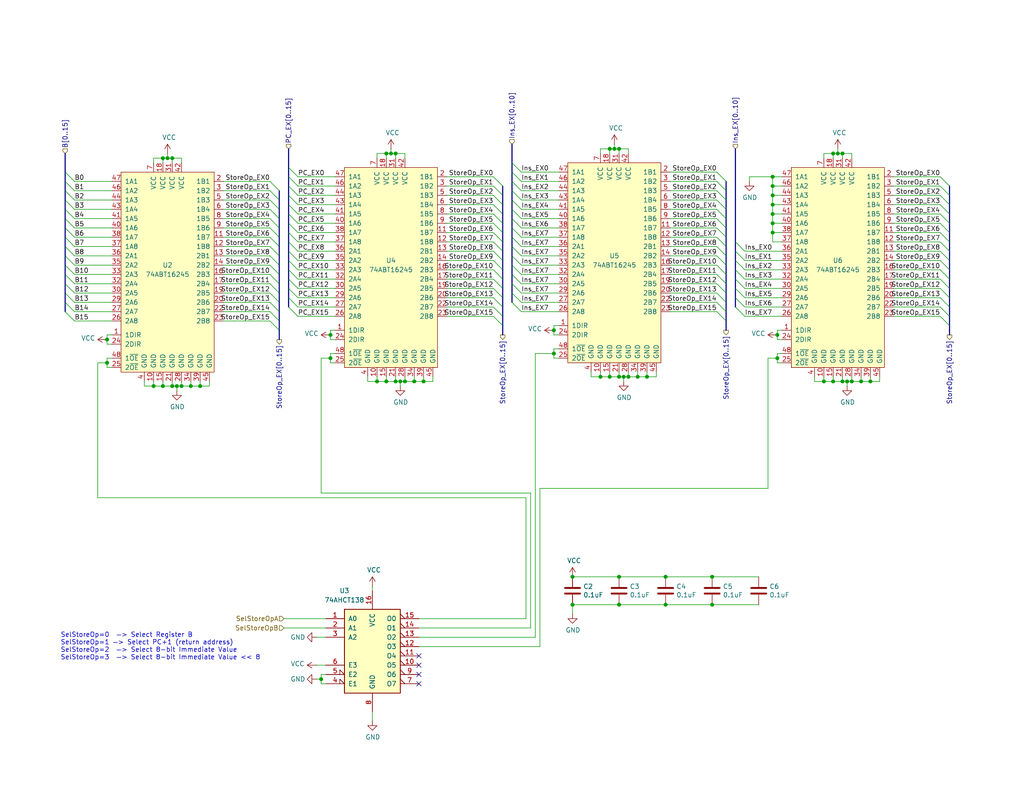
<source format=kicad_sch>
(kicad_sch (version 20250114) (generator "eeschema") (generator_version "9.0")
  (paper "USLetter")
  (title_block (title "Select Store Operand") (date "2025-07-13") (rev "A") (comment 3 "the program counter value, or an eight-bit immediate value.") (comment 4 "The Store Operand can be taken from either the value on port B of the register file,"))
  (text "SelStoreOp=0  —> Select Register B\nSelStoreOp=1 —> Select PC+1 (return address)\nSelStoreOp=2  —> Select 8-bit Immediate Value\nSelStoreOp=3  —> Select 8-bit Immediate Value << 8" (at 16.51 180.34 0) (effects (font (size 1.27 1.27)) (justify left bottom)))
  (junction (at 176.53 102.87))
  (junction (at 212.09 91.44))
  (junction (at 181.61 165.1))
  (junction (at 29.21 92.71))
  (junction (at 228.6 41.91))
  (junction (at 107.95 104.14))
  (junction (at 227.33 41.91))
  (junction (at 87.63 185.42))
  (junction (at 181.61 157.48))
  (junction (at 168.91 102.87))
  (junction (at 167.64 40.64))
  (junction (at 210.82 50.8))
  (junction (at 212.09 97.79))
  (junction (at 52.07 105.41))
  (junction (at 46.99 43.18))
  (junction (at 224.79 104.14))
  (junction (at 46.99 105.41))
  (junction (at 105.41 41.91))
  (junction (at 106.68 41.91))
  (junction (at 210.82 60.96))
  (junction (at 229.87 41.91))
  (junction (at 170.18 102.87))
  (junction (at 156.21 157.48))
  (junction (at 171.45 102.87))
  (junction (at 231.14 104.14))
  (junction (at 166.37 40.64))
  (junction (at 102.87 104.14))
  (junction (at 44.45 43.18))
  (junction (at 210.82 53.34))
  (junction (at 115.57 104.14))
  (junction (at 163.83 102.87))
  (junction (at 194.31 165.1))
  (junction (at 110.49 104.14))
  (junction (at 237.49 104.14))
  (junction (at 210.82 55.88))
  (junction (at 49.53 105.41))
  (junction (at 166.37 102.87))
  (junction (at 107.95 41.91))
  (junction (at 151.13 96.52))
  (junction (at 105.41 104.14))
  (junction (at 41.91 105.41))
  (junction (at 194.31 157.48))
  (junction (at 44.45 105.41))
  (junction (at 29.21 99.06))
  (junction (at 227.33 104.14))
  (junction (at 168.91 40.64))
  (junction (at 54.61 105.41))
  (junction (at 234.95 104.14))
  (junction (at 210.82 63.5))
  (junction (at 90.17 97.79))
  (junction (at 48.26 105.41))
  (junction (at 232.41 104.14))
  (junction (at 210.82 48.26))
  (junction (at 113.03 104.14))
  (junction (at 151.13 90.17))
  (junction (at 156.21 165.1))
  (junction (at 109.22 104.14))
  (junction (at 168.91 165.1))
  (junction (at 173.99 102.87))
  (junction (at 90.17 91.44))
  (junction (at 168.91 157.48))
  (junction (at 210.82 58.42))
  (junction (at 229.87 104.14))
  (junction (at 45.72 43.18))
  (no_connect (at 114.3 181.61))
  (no_connect (at 114.3 184.15))
  (no_connect (at 114.3 186.69))
  (no_connect (at 114.3 179.07))
  (bus_entry (at 142.24 54.61) (size -2.54 -2.54))
  (bus_entry (at 203.2 73.66) (size -2.54 -2.54))
  (bus_entry (at 198.12 82.55) (size -2.54 -2.54))
  (bus_entry (at 17.78 85.09) (size 2.54 2.54))
  (bus_entry (at 81.28 55.88) (size -2.54 -2.54))
  (bus_entry (at 81.28 78.74) (size -2.54 -2.54))
  (bus_entry (at 17.78 59.69) (size 2.54 2.54))
  (bus_entry (at 259.08 55.88) (size -2.54 -2.54))
  (bus_entry (at 142.24 85.09) (size -2.54 -2.54))
  (bus_entry (at 81.28 83.82) (size -2.54 -2.54))
  (bus_entry (at 76.2 80.01) (size -2.54 -2.54))
  (bus_entry (at 203.2 78.74) (size -2.54 -2.54))
  (bus_entry (at 137.16 66.04) (size -2.54 -2.54))
  (bus_entry (at 198.12 57.15) (size -2.54 -2.54))
  (bus_entry (at 142.24 49.53) (size -2.54 -2.54))
  (bus_entry (at 76.2 54.61) (size -2.54 -2.54))
  (bus_entry (at 142.24 62.23) (size -2.54 -2.54))
  (bus_entry (at 17.78 72.39) (size 2.54 2.54))
  (bus_entry (at 198.12 62.23) (size -2.54 -2.54))
  (bus_entry (at 17.78 46.99) (size 2.54 2.54))
  (bus_entry (at 137.16 83.82) (size -2.54 -2.54))
  (bus_entry (at 203.2 71.12) (size -2.54 -2.54))
  (bus_entry (at 259.08 68.58) (size -2.54 -2.54))
  (bus_entry (at 17.78 62.23) (size 2.54 2.54))
  (bus_entry (at 76.2 64.77) (size -2.54 -2.54))
  (bus_entry (at 17.78 54.61) (size 2.54 2.54))
  (bus_entry (at 137.16 68.58) (size -2.54 -2.54))
  (bus_entry (at 259.08 66.04) (size -2.54 -2.54))
  (bus_entry (at 137.16 78.74) (size -2.54 -2.54))
  (bus_entry (at 203.2 81.28) (size -2.54 -2.54))
  (bus_entry (at 198.12 77.47) (size -2.54 -2.54))
  (bus_entry (at 198.12 87.63) (size -2.54 -2.54))
  (bus_entry (at 142.24 46.99) (size -2.54 -2.54))
  (bus_entry (at 137.16 71.12) (size -2.54 -2.54))
  (bus_entry (at 198.12 49.53) (size -2.54 -2.54))
  (bus_entry (at 17.78 77.47) (size 2.54 2.54))
  (bus_entry (at 81.28 63.5) (size -2.54 -2.54))
  (bus_entry (at 81.28 76.2) (size -2.54 -2.54))
  (bus_entry (at 17.78 69.85) (size 2.54 2.54))
  (bus_entry (at 198.12 72.39) (size -2.54 -2.54))
  (bus_entry (at 142.24 82.55) (size -2.54 -2.54))
  (bus_entry (at 198.12 69.85) (size -2.54 -2.54))
  (bus_entry (at 137.16 63.5) (size -2.54 -2.54))
  (bus_entry (at 259.08 86.36) (size -2.54 -2.54))
  (bus_entry (at 76.2 85.09) (size -2.54 -2.54))
  (bus_entry (at 142.24 59.69) (size -2.54 -2.54))
  (bus_entry (at 198.12 52.07) (size -2.54 -2.54))
  (bus_entry (at 198.12 85.09) (size -2.54 -2.54))
  (bus_entry (at 259.08 73.66) (size -2.54 -2.54))
  (bus_entry (at 259.08 78.74) (size -2.54 -2.54))
  (bus_entry (at 259.08 63.5) (size -2.54 -2.54))
  (bus_entry (at 76.2 90.17) (size -2.54 -2.54))
  (bus_entry (at 142.24 57.15) (size -2.54 -2.54))
  (bus_entry (at 259.08 58.42) (size -2.54 -2.54))
  (bus_entry (at 137.16 58.42) (size -2.54 -2.54))
  (bus_entry (at 259.08 50.8) (size -2.54 -2.54))
  (bus_entry (at 259.08 88.9) (size -2.54 -2.54))
  (bus_entry (at 17.78 52.07) (size 2.54 2.54))
  (bus_entry (at 17.78 74.93) (size 2.54 2.54))
  (bus_entry (at 198.12 59.69) (size -2.54 -2.54))
  (bus_entry (at 76.2 77.47) (size -2.54 -2.54))
  (bus_entry (at 81.28 71.12) (size -2.54 -2.54))
  (bus_entry (at 137.16 50.8) (size -2.54 -2.54))
  (bus_entry (at 137.16 76.2) (size -2.54 -2.54))
  (bus_entry (at 81.28 53.34) (size -2.54 -2.54))
  (bus_entry (at 81.28 66.04) (size -2.54 -2.54))
  (bus_entry (at 17.78 82.55) (size 2.54 2.54))
  (bus_entry (at 17.78 80.01) (size 2.54 2.54))
  (bus_entry (at 81.28 73.66) (size -2.54 -2.54))
  (bus_entry (at 17.78 64.77) (size 2.54 2.54))
  (bus_entry (at 142.24 69.85) (size -2.54 -2.54))
  (bus_entry (at 81.28 68.58) (size -2.54 -2.54))
  (bus_entry (at 81.28 48.26) (size -2.54 -2.54))
  (bus_entry (at 76.2 52.07) (size -2.54 -2.54))
  (bus_entry (at 259.08 81.28) (size -2.54 -2.54))
  (bus_entry (at 259.08 71.12) (size -2.54 -2.54))
  (bus_entry (at 203.2 76.2) (size -2.54 -2.54))
  (bus_entry (at 142.24 64.77) (size -2.54 -2.54))
  (bus_entry (at 198.12 67.31) (size -2.54 -2.54))
  (bus_entry (at 203.2 83.82) (size -2.54 -2.54))
  (bus_entry (at 76.2 82.55) (size -2.54 -2.54))
  (bus_entry (at 142.24 74.93) (size -2.54 -2.54))
  (bus_entry (at 76.2 69.85) (size -2.54 -2.54))
  (bus_entry (at 137.16 81.28) (size -2.54 -2.54))
  (bus_entry (at 81.28 58.42) (size -2.54 -2.54))
  (bus_entry (at 76.2 74.93) (size -2.54 -2.54))
  (bus_entry (at 137.16 53.34) (size -2.54 -2.54))
  (bus_entry (at 137.16 55.88) (size -2.54 -2.54))
  (bus_entry (at 137.16 73.66) (size -2.54 -2.54))
  (bus_entry (at 259.08 60.96) (size -2.54 -2.54))
  (bus_entry (at 17.78 57.15) (size 2.54 2.54))
  (bus_entry (at 76.2 59.69) (size -2.54 -2.54))
  (bus_entry (at 198.12 74.93) (size -2.54 -2.54))
  (bus_entry (at 17.78 49.53) (size 2.54 2.54))
  (bus_entry (at 203.2 86.36) (size -2.54 -2.54))
  (bus_entry (at 198.12 64.77) (size -2.54 -2.54))
  (bus_entry (at 259.08 83.82) (size -2.54 -2.54))
  (bus_entry (at 259.08 53.34) (size -2.54 -2.54))
  (bus_entry (at 203.2 68.58) (size -2.54 -2.54))
  (bus_entry (at 198.12 80.01) (size -2.54 -2.54))
  (bus_entry (at 81.28 86.36) (size -2.54 -2.54))
  (bus_entry (at 142.24 77.47) (size -2.54 -2.54))
  (bus_entry (at 142.24 72.39) (size -2.54 -2.54))
  (bus_entry (at 76.2 62.23) (size -2.54 -2.54))
  (bus_entry (at 81.28 50.8) (size -2.54 -2.54))
  (bus_entry (at 76.2 87.63) (size -2.54 -2.54))
  (bus_entry (at 142.24 52.07) (size -2.54 -2.54))
  (bus_entry (at 76.2 67.31) (size -2.54 -2.54))
  (bus_entry (at 142.24 67.31) (size -2.54 -2.54))
  (bus_entry (at 17.78 67.31) (size 2.54 2.54))
  (bus_entry (at 137.16 86.36) (size -2.54 -2.54))
  (bus_entry (at 198.12 54.61) (size -2.54 -2.54))
  (bus_entry (at 76.2 72.39) (size -2.54 -2.54))
  (bus_entry (at 259.08 76.2) (size -2.54 -2.54))
  (bus_entry (at 137.16 88.9) (size -2.54 -2.54))
  (bus_entry (at 81.28 60.96) (size -2.54 -2.54))
  (bus_entry (at 137.16 60.96) (size -2.54 -2.54))
  (bus_entry (at 142.24 80.01) (size -2.54 -2.54))
  (bus_entry (at 76.2 57.15) (size -2.54 -2.54))
  (bus_entry (at 81.28 81.28) (size -2.54 -2.54))
  (wire (pts (xy 203.2 86.36) (xy 213.36 86.36)))
  (wire (pts (xy 105.41 41.91) (xy 106.68 41.91)))
  (wire (pts (xy 134.62 58.42) (xy 121.92 58.42)))
  (wire (pts (xy 29.21 100.33) (xy 30.48 100.33)))
  (bus (pts (xy 139.7 64.77) (xy 139.7 67.31)))
  (bus (pts (xy 137.16 50.8) (xy 137.16 53.34)))
  (bus (pts (xy 139.7 69.85) (xy 139.7 72.39)))
  (wire (pts (xy 20.32 49.53) (xy 30.48 49.53)))
  (bus (pts (xy 17.78 67.31) (xy 17.78 69.85)))
  (wire (pts (xy 44.45 104.14) (xy 44.45 105.41)))
  (bus (pts (xy 259.08 78.74) (xy 259.08 81.28)))
  (bus (pts (xy 76.2 87.63) (xy 76.2 90.17)))
  (wire (pts (xy 87.63 134.62) (xy 144.78 134.62)))
  (wire (pts (xy 113.03 104.14) (xy 115.57 104.14)))
  (wire (pts (xy 109.22 104.14) (xy 110.49 104.14)))
  (wire (pts (xy 109.22 105.41) (xy 109.22 104.14)))
  (bus (pts (xy 76.2 57.15) (xy 76.2 59.69)))
  (bus (pts (xy 198.12 57.15) (xy 198.12 59.69)))
  (bus (pts (xy 259.08 58.42) (xy 259.08 60.96)))
  (wire (pts (xy 173.99 102.87) (xy 176.53 102.87)))
  (wire (pts (xy 91.44 90.17) (xy 90.17 90.17)))
  (bus (pts (xy 17.78 46.99) (xy 17.78 49.53)))
  (wire (pts (xy 134.62 78.74) (xy 121.92 78.74)))
  (wire (pts (xy 102.87 41.91) (xy 105.41 41.91)))
  (wire (pts (xy 20.32 72.39) (xy 30.48 72.39)))
  (wire (pts (xy 156.21 167.64) (xy 156.21 165.1)))
  (wire (pts (xy 90.17 97.79) (xy 90.17 99.06)))
  (wire (pts (xy 115.57 104.14) (xy 118.11 104.14)))
  (wire (pts (xy 256.54 55.88) (xy 243.84 55.88)))
  (wire (pts (xy 87.63 186.69) (xy 88.9 186.69)))
  (wire (pts (xy 134.62 73.66) (xy 121.92 73.66)))
  (wire (pts (xy 73.66 69.85) (xy 60.96 69.85)))
  (wire (pts (xy 73.66 74.93) (xy 60.96 74.93)))
  (wire (pts (xy 151.13 88.9) (xy 151.13 90.17)))
  (bus (pts (xy 17.78 64.77) (xy 17.78 67.31)))
  (bus (pts (xy 198.12 80.01) (xy 198.12 82.55)))
  (bus (pts (xy 198.12 52.07) (xy 198.12 54.61)))
  (wire (pts (xy 152.4 91.44) (xy 151.13 91.44)))
  (wire (pts (xy 142.24 67.31) (xy 152.4 67.31)))
  (bus (pts (xy 139.7 49.53) (xy 139.7 52.07)))
  (bus (pts (xy 17.78 80.01) (xy 17.78 82.55)))
  (wire (pts (xy 237.49 102.87) (xy 237.49 104.14)))
  (wire (pts (xy 73.66 57.15) (xy 60.96 57.15)))
  (wire (pts (xy 20.32 67.31) (xy 30.48 67.31)))
  (wire (pts (xy 90.17 96.52) (xy 90.17 97.79)))
  (bus (pts (xy 78.74 66.04) (xy 78.74 68.58)))
  (wire (pts (xy 88.9 184.15) (xy 87.63 184.15)))
  (bus (pts (xy 259.08 73.66) (xy 259.08 76.2)))
  (wire (pts (xy 110.49 102.87) (xy 110.49 104.14)))
  (bus (pts (xy 200.66 76.2) (xy 200.66 78.74)))
  (wire (pts (xy 29.21 99.06) (xy 29.21 100.33)))
  (wire (pts (xy 176.53 102.87) (xy 179.07 102.87)))
  (bus (pts (xy 76.2 80.01) (xy 76.2 82.55)))
  (wire (pts (xy 166.37 102.87) (xy 168.91 102.87)))
  (wire (pts (xy 210.82 50.8) (xy 210.82 48.26)))
  (wire (pts (xy 232.41 41.91) (xy 232.41 43.18)))
  (wire (pts (xy 256.54 81.28) (xy 243.84 81.28)))
  (wire (pts (xy 110.49 41.91) (xy 110.49 43.18)))
  (wire (pts (xy 173.99 101.6) (xy 173.99 102.87)))
  (wire (pts (xy 107.95 104.14) (xy 109.22 104.14)))
  (bus (pts (xy 139.7 74.93) (xy 139.7 77.47)))
  (bus (pts (xy 259.08 88.9) (xy 259.08 91.44)))
  (wire (pts (xy 146.05 96.52) (xy 146.05 173.99)))
  (bus (pts (xy 200.66 66.04) (xy 200.66 68.58)))
  (wire (pts (xy 142.24 69.85) (xy 152.4 69.85)))
  (wire (pts (xy 142.24 80.01) (xy 152.4 80.01)))
  (wire (pts (xy 195.58 59.69) (xy 182.88 59.69)))
  (wire (pts (xy 29.21 91.44) (xy 29.21 92.71)))
  (wire (pts (xy 73.66 59.69) (xy 60.96 59.69)))
  (wire (pts (xy 114.3 176.53) (xy 147.32 176.53)))
  (wire (pts (xy 48.26 106.68) (xy 48.26 105.41)))
  (wire (pts (xy 195.58 69.85) (xy 182.88 69.85)))
  (wire (pts (xy 106.68 40.64) (xy 106.68 41.91)))
  (wire (pts (xy 102.87 102.87) (xy 102.87 104.14)))
  (bus (pts (xy 76.2 67.31) (xy 76.2 69.85)))
  (bus (pts (xy 78.74 58.42) (xy 78.74 60.96)))
  (wire (pts (xy 134.62 60.96) (xy 121.92 60.96)))
  (wire (pts (xy 91.44 96.52) (xy 90.17 96.52)))
  (wire (pts (xy 81.28 71.12) (xy 91.44 71.12)))
  (wire (pts (xy 142.24 64.77) (xy 152.4 64.77)))
  (bus (pts (xy 137.16 53.34) (xy 137.16 55.88)))
  (wire (pts (xy 87.63 184.15) (xy 87.63 185.42)))
  (bus (pts (xy 78.74 68.58) (xy 78.74 71.12)))
  (wire (pts (xy 20.32 57.15) (xy 30.48 57.15)))
  (wire (pts (xy 29.21 93.98) (xy 29.21 92.71)))
  (wire (pts (xy 227.33 104.14) (xy 229.87 104.14)))
  (wire (pts (xy 41.91 44.45) (xy 41.91 43.18)))
  (bus (pts (xy 137.16 73.66) (xy 137.16 76.2)))
  (wire (pts (xy 195.58 80.01) (xy 182.88 80.01)))
  (wire (pts (xy 203.2 73.66) (xy 213.36 73.66)))
  (wire (pts (xy 102.87 104.14) (xy 105.41 104.14)))
  (wire (pts (xy 222.25 102.87) (xy 222.25 104.14)))
  (wire (pts (xy 90.17 99.06) (xy 91.44 99.06)))
  (wire (pts (xy 81.28 66.04) (xy 91.44 66.04)))
  (wire (pts (xy 134.62 50.8) (xy 121.92 50.8)))
  (bus (pts (xy 17.78 72.39) (xy 17.78 74.93)))
  (wire (pts (xy 151.13 96.52) (xy 151.13 97.79)))
  (wire (pts (xy 142.24 49.53) (xy 152.4 49.53)))
  (wire (pts (xy 234.95 102.87) (xy 234.95 104.14)))
  (wire (pts (xy 142.24 74.93) (xy 152.4 74.93)))
  (bus (pts (xy 76.2 59.69) (xy 76.2 62.23)))
  (wire (pts (xy 181.61 157.48) (xy 194.31 157.48)))
  (wire (pts (xy 26.67 135.89) (xy 143.51 135.89)))
  (wire (pts (xy 100.33 102.87) (xy 100.33 104.14)))
  (wire (pts (xy 210.82 48.26) (xy 213.36 48.26)))
  (bus (pts (xy 198.12 49.53) (xy 198.12 52.07)))
  (bus (pts (xy 200.66 78.74) (xy 200.66 81.28)))
  (wire (pts (xy 115.57 102.87) (xy 115.57 104.14)))
  (wire (pts (xy 52.07 104.14) (xy 52.07 105.41)))
  (wire (pts (xy 134.62 71.12) (xy 121.92 71.12)))
  (wire (pts (xy 256.54 76.2) (xy 243.84 76.2)))
  (wire (pts (xy 224.79 41.91) (xy 227.33 41.91)))
  (wire (pts (xy 73.66 77.47) (xy 60.96 77.47)))
  (wire (pts (xy 81.28 68.58) (xy 91.44 68.58)))
  (bus (pts (xy 78.74 71.12) (xy 78.74 73.66)))
  (wire (pts (xy 168.91 40.64) (xy 168.91 41.91)))
  (wire (pts (xy 102.87 43.18) (xy 102.87 41.91)))
  (bus (pts (xy 259.08 50.8) (xy 259.08 53.34)))
  (wire (pts (xy 20.32 87.63) (xy 30.48 87.63)))
  (wire (pts (xy 81.28 50.8) (xy 91.44 50.8)))
  (wire (pts (xy 195.58 72.39) (xy 182.88 72.39)))
  (wire (pts (xy 77.47 168.91) (xy 88.9 168.91)))
  (wire (pts (xy 195.58 74.93) (xy 182.88 74.93)))
  (bus (pts (xy 76.2 64.77) (xy 76.2 67.31)))
  (wire (pts (xy 224.79 43.18) (xy 224.79 41.91)))
  (wire (pts (xy 203.2 78.74) (xy 213.36 78.74)))
  (wire (pts (xy 39.37 104.14) (xy 39.37 105.41)))
  (wire (pts (xy 105.41 104.14) (xy 107.95 104.14)))
  (wire (pts (xy 110.49 104.14) (xy 113.03 104.14)))
  (wire (pts (xy 151.13 97.79) (xy 152.4 97.79)))
  (wire (pts (xy 73.66 85.09) (xy 60.96 85.09)))
  (wire (pts (xy 142.24 77.47) (xy 152.4 77.47)))
  (bus (pts (xy 200.66 81.28) (xy 200.66 83.82)))
  (wire (pts (xy 203.2 71.12) (xy 213.36 71.12)))
  (bus (pts (xy 139.7 67.31) (xy 139.7 69.85)))
  (wire (pts (xy 212.09 99.06) (xy 213.36 99.06)))
  (wire (pts (xy 142.24 85.09) (xy 152.4 85.09)))
  (wire (pts (xy 147.32 133.35) (xy 147.32 176.53)))
  (wire (pts (xy 73.66 82.55) (xy 60.96 82.55)))
  (bus (pts (xy 137.16 58.42) (xy 137.16 60.96)))
  (bus (pts (xy 76.2 54.61) (xy 76.2 57.15)))
  (wire (pts (xy 49.53 105.41) (xy 52.07 105.41)))
  (bus (pts (xy 139.7 54.61) (xy 139.7 57.15)))
  (bus (pts (xy 259.08 81.28) (xy 259.08 83.82)))
  (wire (pts (xy 213.36 55.88) (xy 210.82 55.88)))
  (wire (pts (xy 181.61 165.1) (xy 168.91 165.1)))
  (wire (pts (xy 46.99 43.18) (xy 46.99 44.45)))
  (wire (pts (xy 73.66 64.77) (xy 60.96 64.77)))
  (wire (pts (xy 209.55 97.79) (xy 209.55 133.35)))
  (wire (pts (xy 52.07 105.41) (xy 54.61 105.41)))
  (wire (pts (xy 237.49 104.14) (xy 240.03 104.14)))
  (wire (pts (xy 171.45 102.87) (xy 173.99 102.87)))
  (bus (pts (xy 78.74 60.96) (xy 78.74 63.5)))
  (bus (pts (xy 139.7 39.37) (xy 139.7 44.45)))
  (wire (pts (xy 142.24 57.15) (xy 152.4 57.15)))
  (wire (pts (xy 212.09 96.52) (xy 212.09 97.79)))
  (wire (pts (xy 73.66 67.31) (xy 60.96 67.31)))
  (wire (pts (xy 73.66 87.63) (xy 60.96 87.63)))
  (wire (pts (xy 105.41 43.18) (xy 105.41 41.91)))
  (wire (pts (xy 234.95 104.14) (xy 237.49 104.14)))
  (wire (pts (xy 195.58 57.15) (xy 182.88 57.15)))
  (bus (pts (xy 139.7 80.01) (xy 139.7 82.55)))
  (wire (pts (xy 134.62 86.36) (xy 121.92 86.36)))
  (wire (pts (xy 195.58 52.07) (xy 182.88 52.07)))
  (bus (pts (xy 76.2 69.85) (xy 76.2 72.39)))
  (wire (pts (xy 44.45 44.45) (xy 44.45 43.18)))
  (wire (pts (xy 168.91 40.64) (xy 171.45 40.64)))
  (wire (pts (xy 195.58 67.31) (xy 182.88 67.31)))
  (wire (pts (xy 29.21 97.79) (xy 29.21 99.06)))
  (wire (pts (xy 101.6 194.31) (xy 101.6 196.85)))
  (bus (pts (xy 137.16 60.96) (xy 137.16 63.5)))
  (bus (pts (xy 139.7 57.15) (xy 139.7 59.69)))
  (wire (pts (xy 134.62 68.58) (xy 121.92 68.58)))
  (wire (pts (xy 20.32 62.23) (xy 30.48 62.23)))
  (wire (pts (xy 134.62 55.88) (xy 121.92 55.88)))
  (wire (pts (xy 195.58 49.53) (xy 182.88 49.53)))
  (wire (pts (xy 73.66 52.07) (xy 60.96 52.07)))
  (bus (pts (xy 200.66 40.64) (xy 200.66 66.04)))
  (wire (pts (xy 168.91 157.48) (xy 181.61 157.48)))
  (bus (pts (xy 139.7 52.07) (xy 139.7 54.61)))
  (bus (pts (xy 137.16 81.28) (xy 137.16 83.82)))
  (wire (pts (xy 224.79 102.87) (xy 224.79 104.14)))
  (wire (pts (xy 90.17 97.79) (xy 87.63 97.79)))
  (bus (pts (xy 17.78 52.07) (xy 17.78 54.61)))
  (wire (pts (xy 73.66 72.39) (xy 60.96 72.39)))
  (wire (pts (xy 212.09 97.79) (xy 212.09 99.06)))
  (wire (pts (xy 209.55 133.35) (xy 147.32 133.35)))
  (wire (pts (xy 87.63 185.42) (xy 87.63 186.69)))
  (wire (pts (xy 146.05 96.52) (xy 151.13 96.52)))
  (bus (pts (xy 78.74 78.74) (xy 78.74 81.28)))
  (wire (pts (xy 81.28 55.88) (xy 91.44 55.88)))
  (wire (pts (xy 156.21 157.48) (xy 168.91 157.48)))
  (wire (pts (xy 210.82 63.5) (xy 210.82 66.04)))
  (wire (pts (xy 45.72 43.18) (xy 46.99 43.18)))
  (wire (pts (xy 213.36 58.42) (xy 210.82 58.42)))
  (wire (pts (xy 203.2 76.2) (xy 213.36 76.2)))
  (wire (pts (xy 144.78 134.62) (xy 144.78 171.45)))
  (wire (pts (xy 41.91 104.14) (xy 41.91 105.41)))
  (wire (pts (xy 142.24 54.61) (xy 152.4 54.61)))
  (wire (pts (xy 168.91 101.6) (xy 168.91 102.87)))
  (bus (pts (xy 76.2 74.93) (xy 76.2 77.47)))
  (bus (pts (xy 137.16 68.58) (xy 137.16 71.12)))
  (wire (pts (xy 212.09 90.17) (xy 212.09 91.44)))
  (bus (pts (xy 259.08 60.96) (xy 259.08 63.5)))
  (bus (pts (xy 259.08 53.34) (xy 259.08 55.88)))
  (bus (pts (xy 198.12 62.23) (xy 198.12 64.77)))
  (bus (pts (xy 259.08 76.2) (xy 259.08 78.74)))
  (wire (pts (xy 195.58 54.61) (xy 182.88 54.61)))
  (wire (pts (xy 210.82 60.96) (xy 210.82 63.5)))
  (wire (pts (xy 176.53 101.6) (xy 176.53 102.87)))
  (bus (pts (xy 139.7 46.99) (xy 139.7 49.53)))
  (wire (pts (xy 210.82 58.42) (xy 210.82 60.96)))
  (bus (pts (xy 78.74 40.64) (xy 78.74 45.72)))
  (wire (pts (xy 256.54 53.34) (xy 243.84 53.34)))
  (bus (pts (xy 137.16 76.2) (xy 137.16 78.74)))
  (wire (pts (xy 210.82 58.42) (xy 210.82 55.88)))
  (wire (pts (xy 256.54 66.04) (xy 243.84 66.04)))
  (wire (pts (xy 163.83 102.87) (xy 166.37 102.87)))
  (wire (pts (xy 134.62 83.82) (xy 121.92 83.82)))
  (bus (pts (xy 200.66 68.58) (xy 200.66 71.12)))
  (wire (pts (xy 213.36 96.52) (xy 212.09 96.52)))
  (wire (pts (xy 20.32 82.55) (xy 30.48 82.55)))
  (wire (pts (xy 240.03 104.14) (xy 240.03 102.87)))
  (bus (pts (xy 198.12 54.61) (xy 198.12 57.15)))
  (wire (pts (xy 256.54 78.74) (xy 243.84 78.74)))
  (wire (pts (xy 195.58 62.23) (xy 182.88 62.23)))
  (wire (pts (xy 213.36 60.96) (xy 210.82 60.96)))
  (bus (pts (xy 137.16 88.9) (xy 137.16 91.44)))
  (wire (pts (xy 26.67 99.06) (xy 26.67 135.89)))
  (bus (pts (xy 17.78 57.15) (xy 17.78 59.69)))
  (wire (pts (xy 229.87 41.91) (xy 229.87 43.18)))
  (bus (pts (xy 78.74 76.2) (xy 78.74 78.74)))
  (wire (pts (xy 39.37 105.41) (xy 41.91 105.41)))
  (wire (pts (xy 46.99 105.41) (xy 48.26 105.41)))
  (bus (pts (xy 259.08 71.12) (xy 259.08 73.66)))
  (wire (pts (xy 73.66 80.01) (xy 60.96 80.01)))
  (wire (pts (xy 210.82 66.04) (xy 213.36 66.04)))
  (wire (pts (xy 227.33 43.18) (xy 227.33 41.91)))
  (wire (pts (xy 20.32 80.01) (xy 30.48 80.01)))
  (wire (pts (xy 163.83 40.64) (xy 166.37 40.64)))
  (wire (pts (xy 44.45 43.18) (xy 45.72 43.18)))
  (wire (pts (xy 167.64 40.64) (xy 168.91 40.64)))
  (bus (pts (xy 259.08 83.82) (xy 259.08 86.36)))
  (wire (pts (xy 142.24 82.55) (xy 152.4 82.55)))
  (bus (pts (xy 17.78 77.47) (xy 17.78 80.01)))
  (bus (pts (xy 139.7 62.23) (xy 139.7 64.77)))
  (wire (pts (xy 41.91 43.18) (xy 44.45 43.18)))
  (wire (pts (xy 229.87 41.91) (xy 232.41 41.91)))
  (wire (pts (xy 90.17 90.17) (xy 90.17 91.44)))
  (wire (pts (xy 20.32 59.69) (xy 30.48 59.69)))
  (wire (pts (xy 81.28 76.2) (xy 91.44 76.2)))
  (bus (pts (xy 137.16 66.04) (xy 137.16 68.58)))
  (wire (pts (xy 194.31 165.1) (xy 181.61 165.1)))
  (bus (pts (xy 17.78 59.69) (xy 17.78 62.23)))
  (wire (pts (xy 168.91 102.87) (xy 170.18 102.87)))
  (bus (pts (xy 78.74 53.34) (xy 78.74 55.88)))
  (bus (pts (xy 76.2 77.47) (xy 76.2 80.01)))
  (wire (pts (xy 229.87 102.87) (xy 229.87 104.14)))
  (wire (pts (xy 151.13 91.44) (xy 151.13 90.17)))
  (wire (pts (xy 231.14 104.14) (xy 232.41 104.14)))
  (wire (pts (xy 73.66 49.53) (xy 60.96 49.53)))
  (bus (pts (xy 17.78 62.23) (xy 17.78 64.77)))
  (wire (pts (xy 207.01 165.1) (xy 194.31 165.1)))
  (wire (pts (xy 142.24 62.23) (xy 152.4 62.23)))
  (wire (pts (xy 256.54 50.8) (xy 243.84 50.8)))
  (wire (pts (xy 90.17 92.71) (xy 90.17 91.44)))
  (wire (pts (xy 106.68 41.91) (xy 107.95 41.91)))
  (wire (pts (xy 118.11 104.14) (xy 118.11 102.87)))
  (wire (pts (xy 213.36 90.17) (xy 212.09 90.17)))
  (bus (pts (xy 17.78 49.53) (xy 17.78 52.07)))
  (wire (pts (xy 30.48 97.79) (xy 29.21 97.79)))
  (wire (pts (xy 57.15 105.41) (xy 57.15 104.14)))
  (wire (pts (xy 86.36 173.99) (xy 88.9 173.99)))
  (wire (pts (xy 91.44 92.71) (xy 90.17 92.71)))
  (bus (pts (xy 17.78 41.91) (xy 17.78 46.99)))
  (wire (pts (xy 81.28 73.66) (xy 91.44 73.66)))
  (wire (pts (xy 142.24 59.69) (xy 152.4 59.69)))
  (wire (pts (xy 81.28 83.82) (xy 91.44 83.82)))
  (wire (pts (xy 49.53 43.18) (xy 49.53 44.45)))
  (wire (pts (xy 44.45 105.41) (xy 46.99 105.41)))
  (bus (pts (xy 259.08 55.88) (xy 259.08 58.42)))
  (wire (pts (xy 20.32 69.85) (xy 30.48 69.85)))
  (wire (pts (xy 212.09 92.71) (xy 212.09 91.44)))
  (bus (pts (xy 198.12 87.63) (xy 198.12 90.17)))
  (wire (pts (xy 179.07 102.87) (xy 179.07 101.6)))
  (wire (pts (xy 194.31 157.48) (xy 207.01 157.48)))
  (bus (pts (xy 200.66 73.66) (xy 200.66 76.2)))
  (wire (pts (xy 195.58 46.99) (xy 182.88 46.99)))
  (bus (pts (xy 78.74 81.28) (xy 78.74 83.82)))
  (wire (pts (xy 134.62 66.04) (xy 121.92 66.04)))
  (wire (pts (xy 54.61 105.41) (xy 57.15 105.41)))
  (wire (pts (xy 168.91 165.1) (xy 156.21 165.1)))
  (wire (pts (xy 81.28 53.34) (xy 91.44 53.34)))
  (wire (pts (xy 256.54 86.36) (xy 243.84 86.36)))
  (wire (pts (xy 81.28 86.36) (xy 91.44 86.36)))
  (bus (pts (xy 76.2 62.23) (xy 76.2 64.77)))
  (wire (pts (xy 48.26 105.41) (xy 49.53 105.41)))
  (wire (pts (xy 41.91 105.41) (xy 44.45 105.41)))
  (wire (pts (xy 213.36 53.34) (xy 210.82 53.34)))
  (bus (pts (xy 139.7 59.69) (xy 139.7 62.23)))
  (wire (pts (xy 114.3 173.99) (xy 146.05 173.99)))
  (bus (pts (xy 200.66 71.12) (xy 200.66 73.66)))
  (wire (pts (xy 20.32 85.09) (xy 30.48 85.09)))
  (wire (pts (xy 107.95 41.91) (xy 107.95 43.18)))
  (bus (pts (xy 137.16 55.88) (xy 137.16 58.42)))
  (wire (pts (xy 195.58 64.77) (xy 182.88 64.77)))
  (wire (pts (xy 73.66 54.61) (xy 60.96 54.61)))
  (wire (pts (xy 170.18 104.14) (xy 170.18 102.87)))
  (wire (pts (xy 46.99 43.18) (xy 49.53 43.18)))
  (bus (pts (xy 76.2 82.55) (xy 76.2 85.09)))
  (bus (pts (xy 198.12 85.09) (xy 198.12 87.63)))
  (wire (pts (xy 161.29 101.6) (xy 161.29 102.87)))
  (wire (pts (xy 227.33 41.91) (xy 228.6 41.91)))
  (wire (pts (xy 46.99 104.14) (xy 46.99 105.41)))
  (wire (pts (xy 20.32 52.07) (xy 30.48 52.07)))
  (bus (pts (xy 78.74 55.88) (xy 78.74 58.42)))
  (wire (pts (xy 107.95 102.87) (xy 107.95 104.14)))
  (bus (pts (xy 76.2 52.07) (xy 76.2 54.61)))
  (wire (pts (xy 49.53 104.14) (xy 49.53 105.41)))
  (wire (pts (xy 100.33 104.14) (xy 102.87 104.14)))
  (wire (pts (xy 256.54 68.58) (xy 243.84 68.58)))
  (wire (pts (xy 166.37 101.6) (xy 166.37 102.87)))
  (bus (pts (xy 78.74 48.26) (xy 78.74 50.8)))
  (bus (pts (xy 259.08 63.5) (xy 259.08 66.04)))
  (bus (pts (xy 137.16 78.74) (xy 137.16 81.28)))
  (wire (pts (xy 166.37 40.64) (xy 167.64 40.64)))
  (wire (pts (xy 151.13 95.25) (xy 151.13 96.52)))
  (wire (pts (xy 101.6 160.02) (xy 101.6 161.29)))
  (wire (pts (xy 29.21 99.06) (xy 26.67 99.06)))
  (bus (pts (xy 78.74 45.72) (xy 78.74 48.26)))
  (wire (pts (xy 134.62 63.5) (xy 121.92 63.5)))
  (wire (pts (xy 256.54 60.96) (xy 243.84 60.96)))
  (wire (pts (xy 228.6 41.91) (xy 229.87 41.91)))
  (wire (pts (xy 161.29 102.87) (xy 163.83 102.87)))
  (wire (pts (xy 256.54 71.12) (xy 243.84 71.12)))
  (wire (pts (xy 30.48 93.98) (xy 29.21 93.98)))
  (wire (pts (xy 229.87 104.14) (xy 231.14 104.14)))
  (wire (pts (xy 212.09 97.79) (xy 209.55 97.79)))
  (wire (pts (xy 86.36 181.61) (xy 88.9 181.61)))
  (bus (pts (xy 137.16 71.12) (xy 137.16 73.66)))
  (bus (pts (xy 198.12 64.77) (xy 198.12 67.31)))
  (wire (pts (xy 20.32 74.93) (xy 30.48 74.93)))
  (wire (pts (xy 134.62 76.2) (xy 121.92 76.2)))
  (wire (pts (xy 195.58 82.55) (xy 182.88 82.55)))
  (wire (pts (xy 143.51 135.89) (xy 143.51 168.91)))
  (wire (pts (xy 87.63 97.79) (xy 87.63 134.62)))
  (wire (pts (xy 195.58 85.09) (xy 182.88 85.09)))
  (wire (pts (xy 167.64 39.37) (xy 167.64 40.64)))
  (bus (pts (xy 17.78 69.85) (xy 17.78 72.39)))
  (wire (pts (xy 213.36 63.5) (xy 210.82 63.5)))
  (wire (pts (xy 81.28 78.74) (xy 91.44 78.74)))
  (wire (pts (xy 170.18 102.87) (xy 171.45 102.87)))
  (wire (pts (xy 86.36 185.42) (xy 87.63 185.42)))
  (wire (pts (xy 81.28 63.5) (xy 91.44 63.5)))
  (wire (pts (xy 107.95 41.91) (xy 110.49 41.91)))
  (bus (pts (xy 259.08 86.36) (xy 259.08 88.9)))
  (wire (pts (xy 231.14 105.41) (xy 231.14 104.14)))
  (bus (pts (xy 259.08 68.58) (xy 259.08 71.12)))
  (wire (pts (xy 171.45 101.6) (xy 171.45 102.87)))
  (wire (pts (xy 81.28 58.42) (xy 91.44 58.42)))
  (bus (pts (xy 76.2 72.39) (xy 76.2 74.93)))
  (bus (pts (xy 259.08 66.04) (xy 259.08 68.58)))
  (wire (pts (xy 134.62 48.26) (xy 121.92 48.26)))
  (wire (pts (xy 213.36 92.71) (xy 212.09 92.71)))
  (wire (pts (xy 73.66 62.23) (xy 60.96 62.23)))
  (wire (pts (xy 228.6 40.64) (xy 228.6 41.91)))
  (wire (pts (xy 256.54 73.66) (xy 243.84 73.66)))
  (wire (pts (xy 142.24 46.99) (xy 152.4 46.99)))
  (bus (pts (xy 137.16 63.5) (xy 137.16 66.04)))
  (wire (pts (xy 113.03 102.87) (xy 113.03 104.14)))
  (wire (pts (xy 20.32 54.61) (xy 30.48 54.61)))
  (bus (pts (xy 198.12 69.85) (xy 198.12 72.39)))
  (bus (pts (xy 17.78 74.93) (xy 17.78 77.47)))
  (bus (pts (xy 139.7 72.39) (xy 139.7 74.93)))
  (wire (pts (xy 166.37 41.91) (xy 166.37 40.64)))
  (wire (pts (xy 142.24 72.39) (xy 152.4 72.39)))
  (bus (pts (xy 76.2 85.09) (xy 76.2 87.63)))
  (wire (pts (xy 152.4 88.9) (xy 151.13 88.9)))
  (wire (pts (xy 20.32 64.77) (xy 30.48 64.77)))
  (wire (pts (xy 227.33 102.87) (xy 227.33 104.14)))
  (wire (pts (xy 232.41 104.14) (xy 234.95 104.14)))
  (bus (pts (xy 198.12 74.93) (xy 198.12 77.47)))
  (bus (pts (xy 137.16 86.36) (xy 137.16 88.9)))
  (wire (pts (xy 256.54 48.26) (xy 243.84 48.26)))
  (wire (pts (xy 256.54 63.5) (xy 243.84 63.5)))
  (bus (pts (xy 198.12 72.39) (xy 198.12 74.93)))
  (wire (pts (xy 81.28 48.26) (xy 91.44 48.26)))
  (bus (pts (xy 78.74 63.5) (xy 78.74 66.04)))
  (bus (pts (xy 78.74 73.66) (xy 78.74 76.2)))
  (wire (pts (xy 213.36 50.8) (xy 210.82 50.8)))
  (wire (pts (xy 222.25 104.14) (xy 224.79 104.14)))
  (wire (pts (xy 142.24 52.07) (xy 152.4 52.07)))
  (wire (pts (xy 105.41 102.87) (xy 105.41 104.14)))
  (wire (pts (xy 224.79 104.14) (xy 227.33 104.14)))
  (bus (pts (xy 78.74 50.8) (xy 78.74 53.34)))
  (wire (pts (xy 210.82 55.88) (xy 210.82 53.34)))
  (bus (pts (xy 198.12 67.31) (xy 198.12 69.85)))
  (bus (pts (xy 137.16 83.82) (xy 137.16 86.36)))
  (bus (pts (xy 139.7 44.45) (xy 139.7 46.99)))
  (wire (pts (xy 77.47 171.45) (xy 88.9 171.45)))
  (wire (pts (xy 203.2 81.28) (xy 213.36 81.28)))
  (wire (pts (xy 20.32 77.47) (xy 30.48 77.47)))
  (wire (pts (xy 204.47 49.53) (xy 204.47 48.26)))
  (wire (pts (xy 195.58 77.47) (xy 182.88 77.47)))
  (wire (pts (xy 144.78 171.45) (xy 114.3 171.45)))
  (wire (pts (xy 152.4 95.25) (xy 151.13 95.25)))
  (wire (pts (xy 45.72 41.91) (xy 45.72 43.18)))
  (bus (pts (xy 198.12 82.55) (xy 198.12 85.09)))
  (wire (pts (xy 210.82 53.34) (xy 210.82 50.8)))
  (wire (pts (xy 163.83 41.91) (xy 163.83 40.64)))
  (bus (pts (xy 139.7 77.47) (xy 139.7 80.01)))
  (bus (pts (xy 17.78 82.55) (xy 17.78 85.09)))
  (wire (pts (xy 134.62 53.34) (xy 121.92 53.34)))
  (wire (pts (xy 204.47 48.26) (xy 210.82 48.26)))
  (wire (pts (xy 171.45 40.64) (xy 171.45 41.91)))
  (wire (pts (xy 163.83 101.6) (xy 163.83 102.87)))
  (wire (pts (xy 30.48 91.44) (xy 29.21 91.44)))
  (bus (pts (xy 198.12 59.69) (xy 198.12 62.23)))
  (wire (pts (xy 256.54 83.82) (xy 243.84 83.82)))
  (wire (pts (xy 203.2 68.58) (xy 213.36 68.58)))
  (bus (pts (xy 198.12 77.47) (xy 198.12 80.01)))
  (wire (pts (xy 203.2 83.82) (xy 213.36 83.82)))
  (wire (pts (xy 143.51 168.91) (xy 114.3 168.91)))
  (wire (pts (xy 232.41 102.87) (xy 232.41 104.14)))
  (wire (pts (xy 81.28 60.96) (xy 91.44 60.96)))
  (wire (pts (xy 256.54 58.42) (xy 243.84 58.42)))
  (wire (pts (xy 134.62 81.28) (xy 121.92 81.28)))
  (wire (pts (xy 54.61 104.14) (xy 54.61 105.41)))
  (wire (pts (xy 81.28 81.28) (xy 91.44 81.28)))
  (bus (pts (xy 17.78 54.61) (xy 17.78 57.15)))
  (bus (pts (xy 76.2 90.17) (xy 76.2 92.71)))
  (label "StoreOp_EX10" (at 256.54 73.66 180))
  (label "StoreOp_EX7" (at 195.58 64.77 180))
  (label "StoreOp_EX13" (at 134.62 81.28 180))
  (label "StoreOp_EX6" (at 73.66 64.77 180))
  (label "B11" (at 20.32 77.47 0))
  (label "Ins_EX3" (at 142.24 54.61 0))
  (label "B8" (at 20.32 69.85 0))
  (label "StoreOp_EX7" (at 256.54 66.04 180))
  (label "StoreOp_EX10" (at 195.58 72.39 180))
  (label "PC_EX8" (at 81.28 68.58 0))
  (label "Ins_EX6" (at 203.2 83.82 0))
  (label "StoreOp_EX11" (at 134.62 76.2 180))
  (label "PC_EX0" (at 81.28 48.26 0))
  (label "StoreOp_EX14" (at 73.66 85.09 180))
  (label "StoreOp_EX4" (at 73.66 59.69 180))
  (label "B10" (at 20.32 74.93 0))
  (label "StoreOp_EX11" (at 256.54 76.2 180))
  (label "B12" (at 20.32 80.01 0))
  (label "StoreOp_EX11" (at 73.66 77.47 180))
  (label "StoreOp_EX10" (at 73.66 74.93 180))
  (label "PC_EX10" (at 81.28 73.66 0))
  (label "StoreOp_EX15" (at 256.54 86.36 180))
  (label "B15" (at 20.32 87.63 0))
  (label "StoreOp_EX3" (at 256.54 55.88 180))
  (label "PC_EX4" (at 81.28 58.42 0))
  (label "Ins_EX7" (at 142.24 74.93 0))
  (label "StoreOp_EX5" (at 195.58 59.69 180))
  (label "StoreOp_EX6" (at 256.54 63.5 180))
  (label "StoreOp_EX4" (at 134.62 58.42 180))
  (label "B2" (at 20.32 54.61 0))
  (label "StoreOp_EX15" (at 134.62 86.36 180))
  (label "StoreOp_EX2" (at 256.54 53.34 180))
  (label "StoreOp_EX4" (at 195.58 57.15 180))
  (label "StoreOp_EX8" (at 195.58 67.31 180))
  (label "StoreOp_EX13" (at 195.58 80.01 180))
  (label "StoreOp_EX14" (at 256.54 83.82 180))
  (label "B0" (at 20.32 49.53 0))
  (label "StoreOp_EX4" (at 256.54 58.42 180))
  (label "StoreOp_EX8" (at 134.62 68.58 180))
  (label "PC_EX13" (at 81.28 81.28 0))
  (label "Ins_EX7" (at 203.2 86.36 0))
  (label "PC_EX3" (at 81.28 55.88 0))
  (label "StoreOp_EX0" (at 256.54 48.26 180))
  (label "StoreOp_EX13" (at 256.54 81.28 180))
  (label "Ins_EX7" (at 142.24 72.39 0))
  (label "Ins_EX7" (at 142.24 85.09 0))
  (label "PC_EX9" (at 81.28 71.12 0))
  (label "Ins_EX0" (at 203.2 68.58 0))
  (label "StoreOp_EX12" (at 195.58 77.47 180))
  (label "Ins_EX7" (at 142.24 64.77 0))
  (label "StoreOp_EX3" (at 73.66 57.15 180))
  (label "StoreOp_EX7" (at 134.62 66.04 180))
  (label "B3" (at 20.32 57.15 0))
  (label "StoreOp_EX2" (at 195.58 52.07 180))
  (label "Ins_EX7" (at 142.24 80.01 0))
  (label "Ins_EX1" (at 203.2 71.12 0))
  (label "StoreOp_EX6" (at 195.58 62.23 180))
  (label "PC_EX2" (at 81.28 53.34 0))
  (label "PC_EX6" (at 81.28 63.5 0))
  (label "StoreOp_EX14" (at 134.62 83.82 180))
  (label "Ins_EX1" (at 142.24 49.53 0))
  (label "Ins_EX2" (at 142.24 52.07 0))
  (label "StoreOp_EX15" (at 73.66 87.63 180))
  (label "Ins_EX7" (at 142.24 77.47 0))
  (label "Ins_EX3" (at 203.2 76.2 0))
  (label "StoreOp_EX12" (at 256.54 78.74 180))
  (label "B1" (at 20.32 52.07 0))
  (label "PC_EX5" (at 81.28 60.96 0))
  (label "StoreOp_EX12" (at 134.62 78.74 180))
  (label "PC_EX11" (at 81.28 76.2 0))
  (label "StoreOp_EX2" (at 73.66 54.61 180))
  (label "StoreOp_EX9" (at 256.54 71.12 180))
  (label "B14" (at 20.32 85.09 0))
  (label "StoreOp_EX5" (at 256.54 60.96 180))
  (label "StoreOp_EX7" (at 73.66 67.31 180))
  (label "StoreOp_EX3" (at 134.62 55.88 180))
  (label "StoreOp_EX8" (at 256.54 68.58 180))
  (label "Ins_EX7" (at 142.24 82.55 0))
  (label "StoreOp_EX11" (at 195.58 74.93 180))
  (label "StoreOp_EX3" (at 195.58 54.61 180))
  (label "StoreOp_EX5" (at 73.66 62.23 180))
  (label "Ins_EX6" (at 142.24 62.23 0))
  (label "StoreOp_EX5" (at 134.62 60.96 180))
  (label "B9" (at 20.32 72.39 0))
  (label "StoreOp_EX6" (at 134.62 63.5 180))
  (label "StoreOp_EX0" (at 195.58 46.99 180))
  (label "Ins_EX2" (at 203.2 73.66 0))
  (label "B4" (at 20.32 59.69 0))
  (label "Ins_EX7" (at 142.24 67.31 0))
  (label "B13" (at 20.32 82.55 0))
  (label "StoreOp_EX9" (at 73.66 72.39 180))
  (label "PC_EX14" (at 81.28 83.82 0))
  (label "Ins_EX4" (at 142.24 57.15 0))
  (label "StoreOp_EX1" (at 134.62 50.8 180))
  (label "Ins_EX7" (at 142.24 69.85 0))
  (label "StoreOp_EX9" (at 134.62 71.12 180))
  (label "Ins_EX5" (at 142.24 59.69 0))
  (label "B6" (at 20.32 64.77 0))
  (label "PC_EX7" (at 81.28 66.04 0))
  (label "StoreOp_EX10" (at 134.62 73.66 180))
  (label "Ins_EX0" (at 142.24 46.99 0))
  (label "StoreOp_EX1" (at 256.54 50.8 180))
  (label "PC_EX12" (at 81.28 78.74 0))
  (label "Ins_EX5" (at 203.2 81.28 0))
  (label "B5" (at 20.32 62.23 0))
  (label "StoreOp_EX0" (at 134.62 48.26 180))
  (label "StoreOp_EX13" (at 73.66 82.55 180))
  (label "StoreOp_EX14" (at 195.58 82.55 180))
  (label "StoreOp_EX2" (at 134.62 53.34 180))
  (label "StoreOp_EX8" (at 73.66 69.85 180))
  (label "PC_EX15" (at 81.28 86.36 0))
  (label "StoreOp_EX9" (at 195.58 69.85 180))
  (label "StoreOp_EX15" (at 195.58 85.09 180))
  (label "StoreOp_EX12" (at 73.66 80.01 180))
  (label "StoreOp_EX1" (at 195.58 49.53 180))
  (label "B7" (at 20.32 67.31 0))
  (label "Ins_EX4" (at 203.2 78.74 0))
  (label "StoreOp_EX1" (at 73.66 52.07 180))
  (label "StoreOp_EX0" (at 73.66 49.53 180))
  (label "PC_EX1" (at 81.28 50.8 0))
  (hierarchical_label "SelStoreOpB" (shape input) (at 77.47 171.45 180))
  (hierarchical_label "PC_EX[0..15]" (shape input) (at 78.74 40.64 90))
  (hierarchical_label "StoreOp_EX[0..15]" (shape output) (at 137.16 91.44 270))
  (hierarchical_label "StoreOp_EX[0..15]" (shape output) (at 76.2 92.71 270))
  (hierarchical_label "B[0..15]" (shape input) (at 17.78 41.91 90))
  (hierarchical_label "StoreOp_EX[0..15]" (shape output) (at 259.08 91.44 270))
  (hierarchical_label "Ins_EX[0..10]" (shape input) (at 200.66 40.64 90))
  (hierarchical_label "SelStoreOpA" (shape input) (at 77.47 168.91 180))
  (hierarchical_label "StoreOp_EX[0..15]" (shape output) (at 198.12 90.17 270))
  (hierarchical_label "Ins_EX[0..10]" (shape input) (at 139.7 39.37 90))
  (symbol (lib_id "Device:C") (at 156.21 161.29 0) (unit 1)
    (property "Reference" "C2" (at 159.131 160.1216 0) (effects (justify left)))
    (property "Value" "0.1uF" (at 159.131 162.433 0) (effects (justify left)))
    (property "Footprint" "Capacitor_SMD:C_0603_1608Metric" (effects (hide yes)))
    (property "Datasheet" "https://www.mouser.com/datasheet/2/396/taiyo_yuden_12132018_mlcc11_hq_e-1510082.pdf" (effects (hide yes)))
    (property "Manufacturer" "Taiyo Yuden" (effects (hide yes)))
    (property "Manufacturer#" "EMK107B7104KAHT" (effects (hide yes)))
    (property "Mouser#" "963-EMK107B7104KAHT" (effects (hide yes)))
    (property "Digikey#" "587-6004-1-ND" (effects (hide yes)))
  )
  (symbol (lib_id "Device:C") (at 168.91 161.29 0) (unit 1)
    (property "Reference" "C3" (at 171.831 160.1216 0) (effects (justify left)))
    (property "Value" "0.1uF" (at 171.831 162.433 0) (effects (justify left)))
    (property "Footprint" "Capacitor_SMD:C_0603_1608Metric" (effects (hide yes)))
    (property "Datasheet" "https://www.mouser.com/datasheet/2/396/taiyo_yuden_12132018_mlcc11_hq_e-1510082.pdf" (effects (hide yes)))
    (property "Manufacturer" "Taiyo Yuden" (effects (hide yes)))
    (property "Manufacturer#" "EMK107B7104KAHT" (effects (hide yes)))
    (property "Mouser#" "963-EMK107B7104KAHT" (effects (hide yes)))
    (property "Digikey#" "587-6004-1-ND" (effects (hide yes)))
  )
  (symbol (lib_id "power:VCC") (at 156.21 157.48 0) (unit 1)
    (property "Reference" "#PWR021" (effects (hide yes)))
    (property "Value" "VCC" (at 156.6418 153.0858 0))
    (property "Description" "Power symbol creates a global label with name \"VCC\"" (effects (hide yes)))
  )
  (symbol (lib_id "power:GND") (at 156.21 167.64 0) (unit 1)
    (property "Reference" "#PWR022" (effects (hide yes)))
    (property "Value" "GND" (at 156.337 172.0342 0))
    (property "Description" "Power symbol creates a global label with name \"GND\" , ground" (effects (hide yes)))
  )
  (symbol (lib_id "Device:C") (at 181.61 161.29 0) (unit 1)
    (property "Reference" "C4" (at 184.531 160.1216 0) (effects (justify left)))
    (property "Value" "0.1uF" (at 184.531 162.433 0) (effects (justify left)))
    (property "Footprint" "Capacitor_SMD:C_0603_1608Metric" (effects (hide yes)))
    (property "Datasheet" "https://www.mouser.com/datasheet/2/396/taiyo_yuden_12132018_mlcc11_hq_e-1510082.pdf" (effects (hide yes)))
    (property "Manufacturer" "Taiyo Yuden" (effects (hide yes)))
    (property "Manufacturer#" "EMK107B7104KAHT" (effects (hide yes)))
    (property "Mouser#" "963-EMK107B7104KAHT" (effects (hide yes)))
    (property "Digikey#" "587-6004-1-ND" (effects (hide yes)))
  )
  (symbol (lib_id "Device:C") (at 194.31 161.29 0) (unit 1)
    (property "Reference" "C5" (at 197.231 160.1216 0) (effects (justify left)))
    (property "Value" "0.1uF" (at 197.231 162.433 0) (effects (justify left)))
    (property "Footprint" "Capacitor_SMD:C_0603_1608Metric" (effects (hide yes)))
    (property "Datasheet" "https://www.mouser.com/datasheet/2/396/taiyo_yuden_12132018_mlcc11_hq_e-1510082.pdf" (effects (hide yes)))
    (property "Manufacturer" "Taiyo Yuden" (effects (hide yes)))
    (property "Manufacturer#" "EMK107B7104KAHT" (effects (hide yes)))
    (property "Mouser#" "963-EMK107B7104KAHT" (effects (hide yes)))
    (property "Digikey#" "587-6004-1-ND" (effects (hide yes)))
  )
  (symbol (lib_id "power:GND") (at 101.6 196.85 0) (unit 1)
    (property "Reference" "#PWR017" (effects (hide yes)))
    (property "Value" "GND" (at 101.727 201.2442 0))
    (property "Description" "Power symbol creates a global label with name \"GND\" , ground" (effects (hide yes)))
  )
  (symbol (lib_id "power:VCC") (at 101.6 160.02 0) (unit 1)
    (property "Reference" "#PWR016" (effects (hide yes)))
    (property "Value" "VCC" (at 102.0318 155.6258 0))
    (property "Description" "Power symbol creates a global label with name \"VCC\"" (effects (hide yes)))
  )
  (symbol (lib_id "Turtle16:74AHCT138") (at 101.6 176.53 0) (unit 1)
    (property "Reference" "U3" (at 93.98 161.29 0))
    (property "Value" "74AHCT138" (at 93.98 163.83 0))
    (property "Footprint" "Package_SO:TSSOP-16_4.4x5mm_P0.65mm" (effects (hide yes)))
    (property "Datasheet" "https://www.ti.com/general/docs/suppproductinfo.tsp?distId=26&gotoUrl=https://www.ti.com/lit/gpn/sn74ahct138" (effects (hide yes)))
    (property "Manufacturer" "Texas Instruments" (effects (hide yes)))
    (property "Manufacturer#" "SN74AHCT138PWR" (effects (hide yes)))
    (property "Mouser#" "595-SN74AHCT138PWR" (effects (hide yes)))
    (property "Digikey#" "296-1109-1-ND" (effects (hide yes)))
  )
  (symbol (lib_id "power:GND") (at 86.36 173.99 270) (unit 1)
    (property "Reference" "#PWR012" (effects (hide yes)))
    (property "Value" "GND" (at 81.28 173.99 90))
    (property "Description" "Power symbol creates a global label with name \"GND\" , ground" (effects (hide yes)))
  )
  (symbol (lib_id "power:GND") (at 86.36 185.42 270) (unit 1)
    (property "Reference" "#PWR014" (effects (hide yes)))
    (property "Value" "GND" (at 81.28 185.42 90))
    (property "Description" "Power symbol creates a global label with name \"GND\" , ground" (effects (hide yes)))
  )
  (symbol (lib_id "power:VCC") (at 86.36 181.61 90) (unit 1)
    (property "Reference" "#PWR013" (effects (hide yes)))
    (property "Value" "VCC" (at 83.1342 181.229 90) (effects (justify left)))
    (property "Description" "Power symbol creates a global label with name \"VCC\"" (effects (hide yes)))
  )
  (symbol (lib_id "Device:C") (at 207.01 161.29 0) (unit 1)
    (property "Reference" "C6" (at 209.931 160.1216 0) (effects (justify left)))
    (property "Value" "0.1uF" (at 209.931 162.433 0) (effects (justify left)))
    (property "Footprint" "Capacitor_SMD:C_0603_1608Metric" (effects (hide yes)))
    (property "Datasheet" "https://www.mouser.com/datasheet/2/396/taiyo_yuden_12132018_mlcc11_hq_e-1510082.pdf" (effects (hide yes)))
    (property "Manufacturer" "Taiyo Yuden" (effects (hide yes)))
    (property "Manufacturer#" "EMK107B7104KAHT" (effects (hide yes)))
    (property "Mouser#" "963-EMK107B7104KAHT" (effects (hide yes)))
    (property "Digikey#" "587-6004-1-ND" (effects (hide yes)))
  )
  (symbol (lib_id "power:VCC") (at 45.72 41.91 0) (unit 1)
    (property "Reference" "#PWR010" (effects (hide yes)))
    (property "Value" "VCC" (at 46.1518 37.5158 0))
    (property "Description" "Power symbol creates a global label with name \"VCC\"" (effects (hide yes)))
  )
  (symbol (lib_id "power:GND") (at 48.26 106.68 0) (unit 1)
    (property "Reference" "#PWR011" (effects (hide yes)))
    (property "Value" "GND" (at 48.387 111.0742 0))
    (property "Description" "Power symbol creates a global label with name \"GND\" , ground" (effects (hide yes)))
  )
  (symbol (lib_id "power:VCC") (at 29.21 92.71 90) (unit 1)
    (property "Reference" "#PWR09" (effects (hide yes)))
    (property "Value" "VCC" (at 25.9842 92.329 90) (effects (justify left)))
    (property "Description" "Power symbol creates a global label with name \"VCC\"" (effects (hide yes)))
  )
  (symbol (lib_id "power:GND") (at 204.47 49.53 0) (unit 1)
    (property "Reference" "#PWR025" (effects (hide yes)))
    (property "Value" "GND" (at 204.597 53.9242 0))
    (property "Description" "Power symbol creates a global label with name \"GND\" , ground" (effects (hide yes)))
  )
  (symbol (lib_id "Turtle16:74ABT16245") (at 45.72 73.66 0) (unit 1)
    (property "Reference" "U2" (at 45.72 72.39 0))
    (property "Value" "74ABT16245" (at 45.72 74.93 0))
    (property "Footprint" "Package_SO:TSSOP-48_6.1x12.5mm_P0.5mm" (effects (hide yes)))
    (property "Datasheet" "https://www.ti.com/general/docs/suppproductinfo.tsp?distId=26&gotoUrl=https://www.ti.com/lit/gpn/sn74abth16245" (effects (hide yes)))
    (property "Manufacturer" "Texas Instruments" (effects (hide yes)))
    (property "Manufacturer#" "SN74ABTH16245DGGR" (effects (hide yes)))
    (property "Mouser#" "595-SNABTH16245DGGR" (effects (hide yes)))
    (property "Digikey#" "296-4124-1-ND" (effects (hide yes)))
  )
  (symbol (lib_id "power:VCC") (at 106.68 40.64 0) (unit 1)
    (property "Reference" "#PWR018" (effects (hide yes)))
    (property "Value" "VCC" (at 107.1118 36.2458 0))
    (property "Description" "Power symbol creates a global label with name \"VCC\"" (effects (hide yes)))
  )
  (symbol (lib_id "power:GND") (at 109.22 105.41 0) (unit 1)
    (property "Reference" "#PWR019" (effects (hide yes)))
    (property "Value" "GND" (at 109.347 109.8042 0))
    (property "Description" "Power symbol creates a global label with name \"GND\" , ground" (effects (hide yes)))
  )
  (symbol (lib_id "power:VCC") (at 90.17 91.44 90) (unit 1)
    (property "Reference" "#PWR015" (effects (hide yes)))
    (property "Value" "VCC" (at 86.9442 91.059 90) (effects (justify left)))
    (property "Description" "Power symbol creates a global label with name \"VCC\"" (effects (hide yes)))
  )
  (symbol (lib_id "Turtle16:74ABT16245") (at 106.68 72.39 0) (unit 1)
    (property "Reference" "U4" (at 106.68 71.12 0))
    (property "Value" "74ABT16245" (at 106.68 73.66 0))
    (property "Footprint" "Package_SO:TSSOP-48_6.1x12.5mm_P0.5mm" (effects (hide yes)))
    (property "Datasheet" "https://www.ti.com/general/docs/suppproductinfo.tsp?distId=26&gotoUrl=https://www.ti.com/lit/gpn/sn74abth16245" (effects (hide yes)))
    (property "Manufacturer" "Texas Instruments" (effects (hide yes)))
    (property "Manufacturer#" "SN74ABTH16245DGGR" (effects (hide yes)))
    (property "Mouser#" "595-SNABTH16245DGGR" (effects (hide yes)))
    (property "Digikey#" "296-4124-1-ND" (effects (hide yes)))
  )
  (symbol (lib_id "power:VCC") (at 167.64 39.37 0) (unit 1)
    (property "Reference" "#PWR023" (effects (hide yes)))
    (property "Value" "VCC" (at 168.0718 34.9758 0))
    (property "Description" "Power symbol creates a global label with name \"VCC\"" (effects (hide yes)))
  )
  (symbol (lib_id "power:GND") (at 170.18 104.14 0) (unit 1)
    (property "Reference" "#PWR024" (effects (hide yes)))
    (property "Value" "GND" (at 170.307 108.5342 0))
    (property "Description" "Power symbol creates a global label with name \"GND\" , ground" (effects (hide yes)))
  )
  (symbol (lib_id "power:VCC") (at 151.13 90.17 90) (unit 1)
    (property "Reference" "#PWR020" (effects (hide yes)))
    (property "Value" "VCC" (at 147.9042 89.789 90) (effects (justify left)))
    (property "Description" "Power symbol creates a global label with name \"VCC\"" (effects (hide yes)))
  )
  (symbol (lib_id "Turtle16:74ABT16245") (at 167.64 71.12 0) (unit 1)
    (property "Reference" "U5" (at 167.64 69.85 0))
    (property "Value" "74ABT16245" (at 167.64 72.39 0))
    (property "Footprint" "Package_SO:TSSOP-48_6.1x12.5mm_P0.5mm" (effects (hide yes)))
    (property "Datasheet" "https://www.ti.com/general/docs/suppproductinfo.tsp?distId=26&gotoUrl=https://www.ti.com/lit/gpn/sn74abth16245" (effects (hide yes)))
    (property "Manufacturer" "Texas Instruments" (effects (hide yes)))
    (property "Manufacturer#" "SN74ABTH16245DGGR" (effects (hide yes)))
    (property "Mouser#" "595-SNABTH16245DGGR" (effects (hide yes)))
    (property "Digikey#" "296-4124-1-ND" (effects (hide yes)))
  )
  (symbol (lib_id "power:VCC") (at 228.6 40.64 0) (unit 1)
    (property "Reference" "#PWR027" (effects (hide yes)))
    (property "Value" "VCC" (at 229.0318 36.2458 0))
    (property "Description" "Power symbol creates a global label with name \"VCC\"" (effects (hide yes)))
  )
  (symbol (lib_id "power:GND") (at 231.14 105.41 0) (unit 1)
    (property "Reference" "#PWR028" (effects (hide yes)))
    (property "Value" "GND" (at 231.267 109.8042 0))
    (property "Description" "Power symbol creates a global label with name \"GND\" , ground" (effects (hide yes)))
  )
  (symbol (lib_id "power:VCC") (at 212.09 91.44 90) (unit 1)
    (property "Reference" "#PWR026" (effects (hide yes)))
    (property "Value" "VCC" (at 208.8642 91.059 90) (effects (justify left)))
    (property "Description" "Power symbol creates a global label with name \"VCC\"" (effects (hide yes)))
  )
  (symbol (lib_id "Turtle16:74ABT16245") (at 228.6 72.39 0) (unit 1)
    (property "Reference" "U6" (at 228.6 71.12 0))
    (property "Value" "74ABT16245" (at 228.6 73.66 0))
    (property "Footprint" "Package_SO:TSSOP-48_6.1x12.5mm_P0.5mm" (effects (hide yes)))
    (property "Datasheet" "https://www.ti.com/general/docs/suppproductinfo.tsp?distId=26&gotoUrl=https://www.ti.com/lit/gpn/sn74abth16245" (effects (hide yes)))
    (property "Manufacturer" "Texas Instruments" (effects (hide yes)))
    (property "Manufacturer#" "SN74ABTH16245DGGR" (effects (hide yes)))
    (property "Mouser#" "595-SNABTH16245DGGR" (effects (hide yes)))
    (property "Digikey#" "296-4124-1-ND" (effects (hide yes)))
  )
)
</source>
